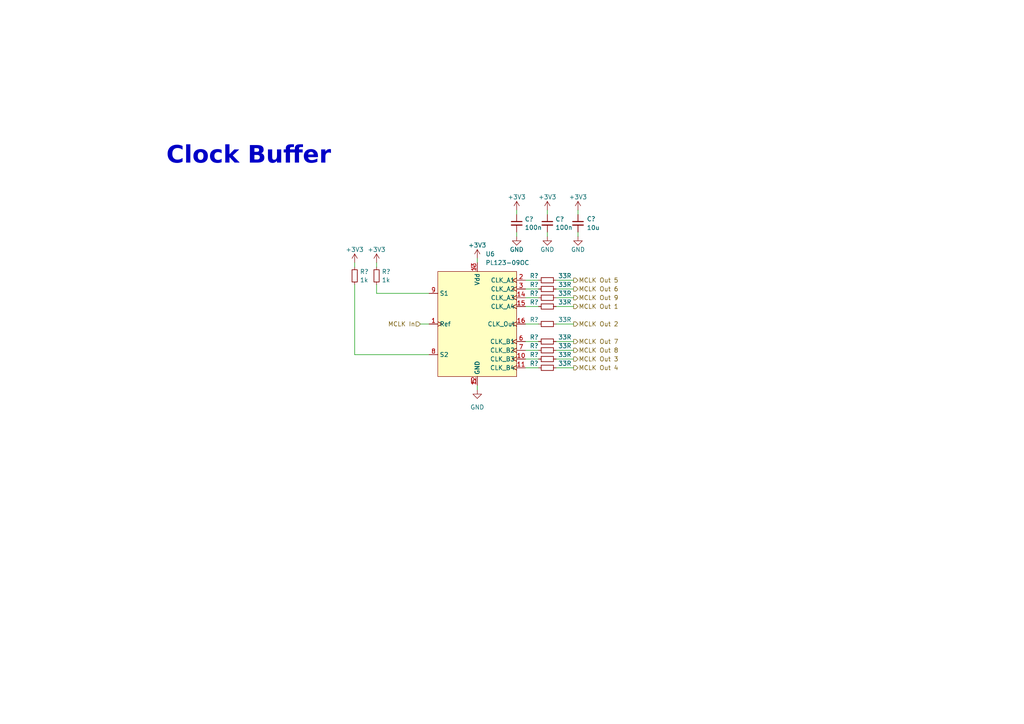
<source format=kicad_sch>
(kicad_sch (version 20230121) (generator eeschema)
  (paper "A4")
  (title_block (title "SmallDSP Maxi") (date "2023-11-06") (rev "1.0") (company "Till Heuer"))
  (lib_symbols
    (symbol "1_Project_Symbols:PL123-09OC"
      (property "Reference" "U" (at 2.54 19.05 0))
      (property "Value" "PL123-09OC" (at 6.35 16.51 0))
      (symbol "PL123-09OC_1_1"
        (rectangle (start -11.43 15.24) (end 11.43 -15.24) (fill (type background)))
        (pin input clock (at -13.97 0 0) (length 2.54) (name "Ref") (number "1"))
        (pin output clock (at 13.97 -10.16 180) (length 2.54) (name "CLK_B3") (number "10"))
        (pin output clock (at 13.97 -12.7 180) (length 2.54) (name "CLK_B4") (number "11"))
        (pin power_in line (at 0 -17.78 90) (length 2.54) (name "GND") (number "12"))
        (pin power_in line (at 0 17.78 270) (length 2.54) (name "Vdd") (number "13"))
        (pin output clock (at 13.97 7.62 180) (length 2.54) (name "CLK_A3") (number "14"))
        (pin output clock (at 13.97 5.08 180) (length 2.54) (name "CLK_A4") (number "15"))
        (pin output clock (at 13.97 0 180) (length 2.54) (name "CLK_Out") (number "16"))
        (pin output clock (at 13.97 12.7 180) (length 2.54) (name "CLK_A1") (number "2"))
        (pin output clock (at 13.97 10.16 180) (length 2.54) (name "CLK_A2") (number "3"))
        (pin power_in line (at 0 17.78 270) (length 2.54) (name "Vdd") (number "4"))
        (pin power_in line (at 0 -17.78 90) (length 2.54) (name "GND") (number "5"))
        (pin output clock (at 13.97 -5.08 180) (length 2.54) (name "CLK_B1") (number "6"))
        (pin output clock (at 13.97 -7.62 180) (length 2.54) (name "CLK_B2") (number "7"))
        (pin input line (at -13.97 -8.89 0) (length 2.54) (name "S2") (number "8"))
        (pin input line (at -13.97 8.89 0) (length 2.54) (name "S1") (number "9"))
      )
    )
    (symbol "Device:C_Small" (pin_numbers hide) (pin_names (offset 0.254) hide)
      (property "Reference" "C" (at 0.254 1.778 0))
      (property "Value" "C_Small" (at 0.254 -2.032 0))
      (symbol "C_Small_0_1"
        (polyline (pts (xy -1.524 -0.508) (xy 1.524 -0.508)) (stroke (width 0.3302)))
        (polyline (pts (xy -1.524 0.508) (xy 1.524 0.508)) (stroke (width 0.3048)))
      )
      (symbol "C_Small_1_1"
        (pin passive line (at 0 2.54 270) (length 2.032) (name "~") (number "1"))
        (pin passive line (at 0 -2.54 90) (length 2.032) (name "~") (number "2"))
      )
    )
    (symbol "Device:R_Small" (pin_numbers hide) (pin_names (offset 0.254) hide)
      (property "Reference" "R" (at 0.762 0.508 0))
      (property "Value" "R_Small" (at 0.762 -1.016 0))
      (symbol "R_Small_0_1"
        (rectangle (start -0.762 1.778) (end 0.762 -1.778) (stroke (width 0.2032)))
      )
      (symbol "R_Small_1_1"
        (pin passive line (at 0 2.54 270) (length 0.762) (name "~") (number "1"))
        (pin passive line (at 0 -2.54 90) (length 0.762) (name "~") (number "2"))
      )
    )
    (symbol "power:+3V3" (power) (pin_names (offset 0))
      (property "Value" "+3V3" (at 0 3.556 0))
      (symbol "+3V3_0_1"
        (polyline (pts (xy -0.762 1.27) (xy 0 2.54)))
        (polyline (pts (xy 0 0) (xy 0 2.54)))
        (polyline (pts (xy 0 2.54) (xy 0.762 1.27)))
      )
      (symbol "+3V3_1_1"
        (pin power_in line (at 0 0 90) (length 0) hide (name "+3V3") (number "1"))
      )
    )
    (symbol "power:GND" (power) (pin_names (offset 0))
      (property "Value" "GND" (at 0 -3.81 0))
      (symbol "GND_0_1"
        (polyline (pts (xy 0 0) (xy 0 -1.27) (xy 1.27 -1.27) (xy 0 -2.54) (xy -1.27 -1.27) (xy 0 -1.27)))
      )
      (symbol "GND_1_1"
        (pin power_in line (at 0 0 270) (length 0) hide (name "GND") (number "1"))
      )
    )
  )
  (wire (pts (xy 152.4 93.98) (xy 156.21 93.98)))
  (wire (pts (xy 152.4 83.82) (xy 156.21 83.82)))
  (wire (pts (xy 152.4 106.68) (xy 156.21 106.68)))
  (wire (pts (xy 102.87 102.87) (xy 124.46 102.87)))
  (wire (pts (xy 158.75 67.31) (xy 158.75 68.58)))
  (wire (pts (xy 109.22 85.09) (xy 124.46 85.09)))
  (wire (pts (xy 109.22 82.55) (xy 109.22 85.09)))
  (wire (pts (xy 161.29 86.36) (xy 166.37 86.36)))
  (wire (pts (xy 152.4 104.14) (xy 156.21 104.14)))
  (wire (pts (xy 149.86 60.96) (xy 149.86 62.23)))
  (wire (pts (xy 161.29 83.82) (xy 166.37 83.82)))
  (wire (pts (xy 152.4 86.36) (xy 156.21 86.36)))
  (wire (pts (xy 152.4 101.6) (xy 156.21 101.6)))
  (wire (pts (xy 167.64 60.96) (xy 167.64 62.23)))
  (wire (pts (xy 152.4 81.28) (xy 156.21 81.28)))
  (wire (pts (xy 102.87 82.55) (xy 102.87 102.87)))
  (wire (pts (xy 161.29 101.6) (xy 166.37 101.6)))
  (wire (pts (xy 161.29 81.28) (xy 166.37 81.28)))
  (wire (pts (xy 152.4 99.06) (xy 156.21 99.06)))
  (wire (pts (xy 161.29 104.14) (xy 166.37 104.14)))
  (wire (pts (xy 138.43 111.76) (xy 138.43 113.03)))
  (wire (pts (xy 161.29 106.68) (xy 166.37 106.68)))
  (wire (pts (xy 109.22 77.47) (xy 109.22 76.2)))
  (wire (pts (xy 158.75 60.96) (xy 158.75 62.23)))
  (wire (pts (xy 161.29 93.98) (xy 166.37 93.98)))
  (wire (pts (xy 161.29 88.9) (xy 166.37 88.9)))
  (wire (pts (xy 138.43 74.93) (xy 138.43 76.2)))
  (wire (pts (xy 149.86 67.31) (xy 149.86 68.58)))
  (wire (pts (xy 121.92 93.98) (xy 124.46 93.98)))
  (wire (pts (xy 167.64 67.31) (xy 167.64 68.58)))
  (wire (pts (xy 161.29 99.06) (xy 166.37 99.06)))
  (wire (pts (xy 102.87 77.47) (xy 102.87 76.2)))
  (wire (pts (xy 152.4 88.9) (xy 156.21 88.9)))
  (text "Clock Buffer" (at 48.26 49.53 0) (effects (font (size 5 5) (thickness 1) bold) (justify left bottom)))
  (hierarchical_label "MCLK Out 4" (shape output) (at 166.37 106.68 0))
  (hierarchical_label "MCLK Out 5" (shape output) (at 166.37 81.28 0))
  (hierarchical_label "MCLK Out 3" (shape output) (at 166.37 104.14 0))
  (hierarchical_label "MCLK Out 7" (shape output) (at 166.37 99.06 0))
  (hierarchical_label "MCLK Out 9" (shape output) (at 166.37 86.36 0))
  (hierarchical_label "MCLK Out 2" (shape output) (at 166.37 93.98 0))
  (hierarchical_label "MCLK Out 1" (shape output) (at 166.37 88.9 0))
  (hierarchical_label "MCLK In" (shape input) (at 121.92 93.98 180))
  (hierarchical_label "MCLK Out 6" (shape output) (at 166.37 83.82 0))
  (hierarchical_label "MCLK Out 8" (shape output) (at 166.37 101.6 0))
  (symbol (lib_id "Device:R_Small") (at 109.22 80.01 0) (unit 1)
    (property "Reference" "R?" (at 110.7186 78.7979 0) (effects (justify left)))
    (property "Value" "1k" (at 110.7186 81.2221 0) (effects (justify left)))
    (property "Footprint" "Resistor_SMD:R_0402_1005Metric" (effects hide))
    (property "Assembling" "X" (effects hide))
    (property "Manufacturer" "UNI-ROYAL(Uniroyal Elec)" (effects hide))
    (property "Part Number" "0402WGF1001TCE" (effects hide))
    (property "Rated Power" "62.5mW" (effects hide))
    (property "Tolerance" "1%" (effects hide))
    (property "LCSC Part #" "C11702" (effects hide))
    (instances (project "SmallDSPMaxi" (path "" (reference "R?") (unit 1)) (path "" (reference "R47") (unit 1))))
  )
  (symbol (lib_id "1_Project_Symbols:PL123-09OC") (at 138.43 93.98 0) (unit 1)
    (property "Reference" "U6" (at 140.803 73.66 0) (effects (justify left)))
    (property "Value" "PL123-09OC" (at 140.803 76.2 0) (effects (justify left)))
    (property "Footprint" "Package_SO:TSSOP-16_4.4x5mm_P0.65mm" (effects hide))
  )
  (symbol (lib_id "Device:R_Small") (at 158.75 81.28 90) (unit 1)
    (property "Reference" "R?" (at 154.94 80.01 90))
    (property "Value" "33R" (at 163.83 80.01 90))
    (property "Footprint" "Resistor_SMD:R_0402_1005Metric" (effects hide))
    (property "Assembling" "X" (effects hide))
    (property "Manufacturer" "UNI-ROYAL(Uniroyal Elec)" (effects hide))
    (property "Part Number" "0402WGF330JTCE" (effects hide))
    (property "Rated Power" "62.5mW" (effects hide))
    (property "Tolerance" "1%" (effects hide))
    (property "LCSC Part #" "C25105" (effects hide))
    (instances (project "SmallDSPMaxi" (path "" (reference "R?") (unit 1)) (path "" (reference "R48") (unit 1))))
  )
  (symbol (lib_id "Device:R_Small") (at 158.75 106.68 90) (unit 1)
    (property "Reference" "R?" (at 154.94 105.41 90))
    (property "Value" "33R" (at 163.83 105.41 90))
    (property "Footprint" "Resistor_SMD:R_0402_1005Metric" (effects hide))
    (property "Assembling" "X" (effects hide))
    (property "Manufacturer" "UNI-ROYAL(Uniroyal Elec)" (effects hide))
    (property "Part Number" "0402WGF330JTCE" (effects hide))
    (property "Rated Power" "62.5mW" (effects hide))
    (property "Tolerance" "1%" (effects hide))
    (property "LCSC Part #" "C25105" (effects hide))
    (instances (project "SmallDSPMaxi" (path "" (reference "R?") (unit 1)) (path "" (reference "R56") (unit 1))))
  )
  (symbol (lib_id "Device:R_Small") (at 158.75 88.9 90) (unit 1)
    (property "Reference" "R?" (at 154.94 87.63 90))
    (property "Value" "33R" (at 163.83 87.63 90))
    (property "Footprint" "Resistor_SMD:R_0402_1005Metric" (effects hide))
    (property "Assembling" "X" (effects hide))
    (property "Manufacturer" "UNI-ROYAL(Uniroyal Elec)" (effects hide))
    (property "Part Number" "0402WGF330JTCE" (effects hide))
    (property "Rated Power" "62.5mW" (effects hide))
    (property "Tolerance" "1%" (effects hide))
    (property "LCSC Part #" "C25105" (effects hide))
    (instances (project "SmallDSPMaxi" (path "" (reference "R?") (unit 1)) (path "" (reference "R51") (unit 1))))
  )
  (symbol (lib_id "power:GND") (at 138.43 113.03 0) (unit 1)
    (property "Reference" "#PWR0129" (effects hide))
    (property "Value" "GND" (at 138.43 118.11 0))
  )
  (symbol (lib_id "power:GND") (at 158.75 68.58 0) (unit 1)
    (property "Reference" "#PWR?" (effects hide))
    (property "Value" "GND" (at 158.75 72.39 0))
    (instances (project "SmallDSPMaxi" (path "" (reference "#PWR?") (unit 1)) (path "" (reference "#PWR0133") (unit 1))))
  )
  (symbol (lib_id "Device:C_Small") (at 167.64 64.77 0) (unit 1)
    (property "Reference" "C?" (at 170.18 63.5 0) (effects (justify left)))
    (property "Value" "10u" (at 170.18 66.04 0) (effects (justify left)))
    (property "Footprint" "Capacitor_SMD:C_0603_1608Metric" (effects hide))
    (property "Dielectric" "X5R" (effects hide))
    (property "Notes" "-50%@5VDC" (effects hide))
    (property "Rated Voltage" "25V" (effects hide))
    (property "Assembling" "X" (effects hide))
    (property "Manufacturer" "Samsung Electro-Mechanics" (effects hide))
    (property "Part Number" "CL10A106MA8NRNC" (effects hide))
    (property "Tolerance" "10%" (effects hide))
    (property "LCSC Part #" "C96446" (effects hide))
    (instances (project "SmallDSPMaxi" (path "" (reference "C?") (unit 1)) (path "" (reference "C?") (unit 1)) (path "" (reference "C44") (unit 1))))
  )
  (symbol (lib_id "Device:R_Small") (at 102.87 80.01 0) (unit 1)
    (property "Reference" "R?" (at 104.3686 78.7979 0) (effects (justify left)))
    (property "Value" "1k" (at 104.3686 81.2221 0) (effects (justify left)))
    (property "Footprint" "Resistor_SMD:R_0402_1005Metric" (effects hide))
    (property "Assembling" "X" (effects hide))
    (property "Manufacturer" "UNI-ROYAL(Uniroyal Elec)" (effects hide))
    (property "Part Number" "0402WGF1001TCE" (effects hide))
    (property "Rated Power" "62.5mW" (effects hide))
    (property "Tolerance" "1%" (effects hide))
    (property "LCSC Part #" "C11702" (effects hide))
    (instances (project "SmallDSPMaxi" (path "" (reference "R?") (unit 1)) (path "" (reference "R46") (unit 1))))
  )
  (symbol (lib_id "Device:R_Small") (at 158.75 104.14 90) (unit 1)
    (property "Reference" "R?" (at 154.94 102.87 90))
    (property "Value" "33R" (at 163.83 102.87 90))
    (property "Footprint" "Resistor_SMD:R_0402_1005Metric" (effects hide))
    (property "Assembling" "X" (effects hide))
    (property "Manufacturer" "UNI-ROYAL(Uniroyal Elec)" (effects hide))
    (property "Part Number" "0402WGF330JTCE" (effects hide))
    (property "Rated Power" "62.5mW" (effects hide))
    (property "Tolerance" "1%" (effects hide))
    (property "LCSC Part #" "C25105" (effects hide))
    (instances (project "SmallDSPMaxi" (path "" (reference "R?") (unit 1)) (path "" (reference "R55") (unit 1))))
  )
  (symbol (lib_id "Device:R_Small") (at 158.75 101.6 90) (unit 1)
    (property "Reference" "R?" (at 154.94 100.33 90))
    (property "Value" "33R" (at 163.83 100.33 90))
    (property "Footprint" "Resistor_SMD:R_0402_1005Metric" (effects hide))
    (property "Assembling" "X" (effects hide))
    (property "Manufacturer" "UNI-ROYAL(Uniroyal Elec)" (effects hide))
    (property "Part Number" "0402WGF330JTCE" (effects hide))
    (property "Rated Power" "62.5mW" (effects hide))
    (property "Tolerance" "1%" (effects hide))
    (property "LCSC Part #" "C25105" (effects hide))
    (instances (project "SmallDSPMaxi" (path "" (reference "R?") (unit 1)) (path "" (reference "R54") (unit 1))))
  )
  (symbol (lib_id "power:GND") (at 167.64 68.58 0) (unit 1)
    (property "Reference" "#PWR?" (effects hide))
    (property "Value" "GND" (at 167.64 72.39 0))
    (instances (project "SmallDSPMaxi" (path "" (reference "#PWR?") (unit 1)) (path "" (reference "#PWR?") (unit 1)) (path "" (reference "#PWR0135") (unit 1))))
  )
  (symbol (lib_id "Device:R_Small") (at 158.75 99.06 90) (unit 1)
    (property "Reference" "R?" (at 154.94 97.79 90))
    (property "Value" "33R" (at 163.83 97.79 90))
    (property "Footprint" "Resistor_SMD:R_0402_1005Metric" (effects hide))
    (property "Assembling" "X" (effects hide))
    (property "Manufacturer" "UNI-ROYAL(Uniroyal Elec)" (effects hide))
    (property "Part Number" "0402WGF330JTCE" (effects hide))
    (property "Rated Power" "62.5mW" (effects hide))
    (property "Tolerance" "1%" (effects hide))
    (property "LCSC Part #" "C25105" (effects hide))
    (instances (project "SmallDSPMaxi" (path "" (reference "R?") (unit 1)) (path "" (reference "R53") (unit 1))))
  )
  (symbol (lib_id "Device:C_Small") (at 149.86 64.77 0) (unit 1)
    (property "Reference" "C?" (at 152.1841 63.5642 0) (effects (justify left)))
    (property "Value" "100n" (at 152.1841 65.9884 0) (effects (justify left)))
    (property "Footprint" "Capacitor_SMD:C_0402_1005Metric" (effects hide))
    (property "Dielectric" "X7R" (effects hide))
    (property "Notes" "-25%@10VDC" (effects hide))
    (property "Rated Voltage" "50V" (effects hide))
    (property "Assembling" "X" (effects hide))
    (property "Manufacturer" "Samsung Electro-Mechanics" (effects hide))
    (property "Part Number" "CL05B104KB54PNC" (effects hide))
    (property "Tolerance" "10%" (effects hide))
    (property "LCSC Part #" "C307331" (effects hide))
    (instances (project "SmallDSPMaxi" (path "" (reference "C?") (unit 1)) (path "" (reference "C42") (unit 1))))
  )
  (symbol (lib_id "Device:R_Small") (at 158.75 86.36 90) (unit 1)
    (property "Reference" "R?" (at 154.94 85.09 90))
    (property "Value" "33R" (at 163.83 85.09 90))
    (property "Footprint" "Resistor_SMD:R_0402_1005Metric" (effects hide))
    (property "Assembling" "X" (effects hide))
    (property "Manufacturer" "UNI-ROYAL(Uniroyal Elec)" (effects hide))
    (property "Part Number" "0402WGF330JTCE" (effects hide))
    (property "Rated Power" "62.5mW" (effects hide))
    (property "Tolerance" "1%" (effects hide))
    (property "LCSC Part #" "C25105" (effects hide))
    (instances (project "SmallDSPMaxi" (path "" (reference "R?") (unit 1)) (path "" (reference "R50") (unit 1))))
  )
  (symbol (lib_id "Device:R_Small") (at 158.75 93.98 90) (unit 1)
    (property "Reference" "R?" (at 154.94 92.71 90))
    (property "Value" "33R" (at 163.83 92.71 90))
    (property "Footprint" "Resistor_SMD:R_0402_1005Metric" (effects hide))
    (property "Assembling" "X" (effects hide))
    (property "Manufacturer" "UNI-ROYAL(Uniroyal Elec)" (effects hide))
    (property "Part Number" "0402WGF330JTCE" (effects hide))
    (property "Rated Power" "62.5mW" (effects hide))
    (property "Tolerance" "1%" (effects hide))
    (property "LCSC Part #" "C25105" (effects hide))
    (instances (project "SmallDSPMaxi" (path "" (reference "R?") (unit 1)) (path "" (reference "R52") (unit 1))))
  )
  (symbol (lib_id "power:+3V3") (at 102.87 76.2 0) (unit 1)
    (property "Reference" "#PWR?" (effects hide))
    (property "Value" "+3V3" (at 102.87 72.39 0))
    (instances (project "SmallDSPMaxi" (path "" (reference "#PWR?") (unit 1)) (path "" (reference "#PWR0126") (unit 1))))
  )
  (symbol (lib_id "power:+3V3") (at 109.22 76.2 0) (unit 1)
    (property "Reference" "#PWR?" (effects hide))
    (property "Value" "+3V3" (at 109.22 72.39 0))
    (instances (project "SmallDSPMaxi" (path "" (reference "#PWR?") (unit 1)) (path "" (reference "#PWR0127") (unit 1))))
  )
  (symbol (lib_id "power:+3V3") (at 149.86 60.96 0) (unit 1)
    (property "Reference" "#PWR?" (effects hide))
    (property "Value" "+3V3" (at 149.86 57.15 0))
    (instances (project "SmallDSPMaxi" (path "" (reference "#PWR?") (unit 1)) (path "" (reference "#PWR0130") (unit 1))))
  )
  (symbol (lib_id "Device:R_Small") (at 158.75 83.82 90) (unit 1)
    (property "Reference" "R?" (at 154.94 82.55 90))
    (property "Value" "33R" (at 163.83 82.55 90))
    (property "Footprint" "Resistor_SMD:R_0402_1005Metric" (effects hide))
    (property "Assembling" "X" (effects hide))
    (property "Manufacturer" "UNI-ROYAL(Uniroyal Elec)" (effects hide))
    (property "Part Number" "0402WGF330JTCE" (effects hide))
    (property "Rated Power" "62.5mW" (effects hide))
    (property "Tolerance" "1%" (effects hide))
    (property "LCSC Part #" "C25105" (effects hide))
    (instances (project "SmallDSPMaxi" (path "" (reference "R?") (unit 1)) (path "" (reference "R49") (unit 1))))
  )
  (symbol (lib_id "Device:C_Small") (at 158.75 64.77 0) (unit 1)
    (property "Reference" "C?" (at 161.0741 63.5642 0) (effects (justify left)))
    (property "Value" "100n" (at 161.0741 65.9884 0) (effects (justify left)))
    (property "Footprint" "Capacitor_SMD:C_0402_1005Metric" (effects hide))
    (property "Dielectric" "X7R" (effects hide))
    (property "Notes" "-25%@10VDC" (effects hide))
    (property "Rated Voltage" "50V" (effects hide))
    (property "Assembling" "X" (effects hide))
    (property "Manufacturer" "Samsung Electro-Mechanics" (effects hide))
    (property "Part Number" "CL05B104KB54PNC" (effects hide))
    (property "Tolerance" "10%" (effects hide))
    (property "LCSC Part #" "C307331" (effects hide))
    (instances (project "SmallDSPMaxi" (path "" (reference "C?") (unit 1)) (path "" (reference "C43") (unit 1))))
  )
  (symbol (lib_id "power:+3V3") (at 138.43 74.93 0) (unit 1)
    (property "Reference" "#PWR?" (effects hide))
    (property "Value" "+3V3" (at 138.43 71.12 0))
    (instances (project "SmallDSPMaxi" (path "" (reference "#PWR?") (unit 1)) (path "" (reference "#PWR0128") (unit 1))))
  )
  (symbol (lib_id "power:+3V3") (at 158.75 60.96 0) (unit 1)
    (property "Reference" "#PWR?" (effects hide))
    (property "Value" "+3V3" (at 158.75 57.15 0))
    (instances (project "SmallDSPMaxi" (path "" (reference "#PWR?") (unit 1)) (path "" (reference "#PWR0132") (unit 1))))
  )
  (symbol (lib_id "power:+3V3") (at 167.64 60.96 0) (unit 1)
    (property "Reference" "#PWR?" (effects hide))
    (property "Value" "+3V3" (at 167.64 57.15 0))
    (instances (project "SmallDSPMaxi" (path "" (reference "#PWR?") (unit 1)) (path "" (reference "#PWR?") (unit 1)) (path "" (reference "#PWR0134") (unit 1))))
  )
  (symbol (lib_id "power:GND") (at 149.86 68.58 0) (unit 1)
    (property "Reference" "#PWR?" (effects hide))
    (property "Value" "GND" (at 149.86 72.39 0))
    (instances (project "SmallDSPMaxi" (path "" (reference "#PWR?") (unit 1)) (path "" (reference "#PWR0131") (unit 1))))
  )
)
</source>
